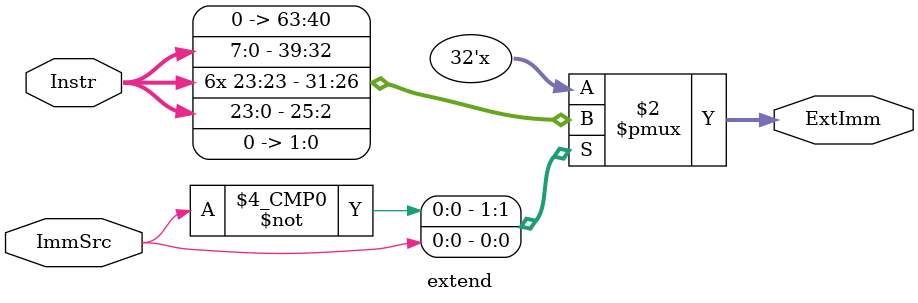
<source format=sv>
module extend(input logic [23:0] Instr, input logic ImmSrc, output logic [31:0] ExtImm);
	always_comb
		case(ImmSrc)
			// 8 bit
			2'b0: ExtImm = {24'b0, Instr[7:0]};
			// 24 bit
			2'b1: ExtImm = {{6{Instr[23]}}, Instr[23:0], 2'b00};
		default: ExtImm = 32'bx;
	endcase
endmodule 
</source>
